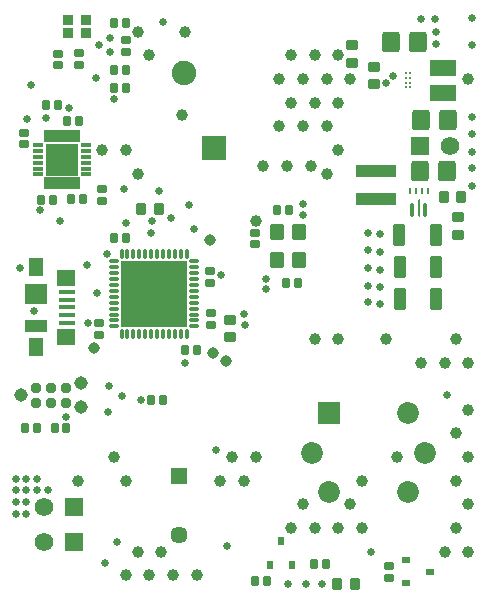
<source format=gts>
G04*
G04 #@! TF.GenerationSoftware,Altium Limited,Altium Designer,25.2.1 (25)*
G04*
G04 Layer_Color=8388736*
%FSLAX25Y25*%
%MOIN*%
G70*
G04*
G04 #@! TF.SameCoordinates,E3AB8C20-A1E6-43C1-8624-3ED8289FA371*
G04*
G04*
G04 #@! TF.FilePolarity,Negative*
G04*
G01*
G75*
G04:AMPARAMS|DCode=23|XSize=17.72mil|YSize=9.84mil|CornerRadius=1.97mil|HoleSize=0mil|Usage=FLASHONLY|Rotation=90.000|XOffset=0mil|YOffset=0mil|HoleType=Round|Shape=RoundedRectangle|*
%AMROUNDEDRECTD23*
21,1,0.01772,0.00591,0,0,90.0*
21,1,0.01378,0.00984,0,0,90.0*
1,1,0.00394,0.00295,0.00689*
1,1,0.00394,0.00295,-0.00689*
1,1,0.00394,-0.00295,-0.00689*
1,1,0.00394,-0.00295,0.00689*
%
%ADD23ROUNDEDRECTD23*%
%ADD27R,0.13386X0.03858*%
%ADD28R,0.08686X0.05334*%
%ADD29R,0.02362X0.03150*%
%ADD30R,0.03150X0.02362*%
%ADD33R,0.05118X0.06496*%
%ADD34R,0.07480X0.07087*%
%ADD35R,0.07480X0.03937*%
%ADD36R,0.06102X0.05610*%
%ADD37R,0.05433X0.01772*%
%ADD42O,0.03449X0.01284*%
%ADD43O,0.01284X0.03449*%
%ADD44R,0.22346X0.22346*%
G04:AMPARAMS|DCode=45|XSize=34.49mil|YSize=42.36mil|CornerRadius=5.43mil|HoleSize=0mil|Usage=FLASHONLY|Rotation=0.000|XOffset=0mil|YOffset=0mil|HoleType=Round|Shape=RoundedRectangle|*
%AMROUNDEDRECTD45*
21,1,0.03449,0.03150,0,0,0.0*
21,1,0.02362,0.04236,0,0,0.0*
1,1,0.01087,0.01181,-0.01575*
1,1,0.01087,-0.01181,-0.01575*
1,1,0.01087,-0.01181,0.01575*
1,1,0.01087,0.01181,0.01575*
%
%ADD45ROUNDEDRECTD45*%
G04:AMPARAMS|DCode=46|XSize=26.61mil|YSize=30.55mil|CornerRadius=4.45mil|HoleSize=0mil|Usage=FLASHONLY|Rotation=0.000|XOffset=0mil|YOffset=0mil|HoleType=Round|Shape=RoundedRectangle|*
%AMROUNDEDRECTD46*
21,1,0.02661,0.02165,0,0,0.0*
21,1,0.01772,0.03055,0,0,0.0*
1,1,0.00890,0.00886,-0.01083*
1,1,0.00890,-0.00886,-0.01083*
1,1,0.00890,-0.00886,0.01083*
1,1,0.00890,0.00886,0.01083*
%
%ADD46ROUNDEDRECTD46*%
G04:AMPARAMS|DCode=47|XSize=45.28mil|YSize=13.78mil|CornerRadius=2mil|HoleSize=0mil|Usage=FLASHONLY|Rotation=90.000|XOffset=0mil|YOffset=0mil|HoleType=Round|Shape=RoundedRectangle|*
%AMROUNDEDRECTD47*
21,1,0.04528,0.00978,0,0,90.0*
21,1,0.04128,0.01378,0,0,90.0*
1,1,0.00400,0.00489,0.02064*
1,1,0.00400,0.00489,-0.02064*
1,1,0.00400,-0.00489,-0.02064*
1,1,0.00400,-0.00489,0.02064*
%
%ADD47ROUNDEDRECTD47*%
G04:AMPARAMS|DCode=48|XSize=57.09mil|YSize=7.87mil|CornerRadius=1.97mil|HoleSize=0mil|Usage=FLASHONLY|Rotation=90.000|XOffset=0mil|YOffset=0mil|HoleType=Round|Shape=RoundedRectangle|*
%AMROUNDEDRECTD48*
21,1,0.05709,0.00394,0,0,90.0*
21,1,0.05315,0.00787,0,0,90.0*
1,1,0.00394,0.00197,0.02657*
1,1,0.00394,0.00197,-0.02657*
1,1,0.00394,-0.00197,-0.02657*
1,1,0.00394,-0.00197,0.02657*
%
%ADD48ROUNDEDRECTD48*%
G04:AMPARAMS|DCode=49|XSize=58.11mil|YSize=69.92mil|CornerRadius=8.39mil|HoleSize=0mil|Usage=FLASHONLY|Rotation=180.000|XOffset=0mil|YOffset=0mil|HoleType=Round|Shape=RoundedRectangle|*
%AMROUNDEDRECTD49*
21,1,0.05811,0.05315,0,0,180.0*
21,1,0.04134,0.06992,0,0,180.0*
1,1,0.01677,-0.02067,0.02657*
1,1,0.01677,0.02067,0.02657*
1,1,0.01677,0.02067,-0.02657*
1,1,0.01677,-0.02067,-0.02657*
%
%ADD49ROUNDEDRECTD49*%
G04:AMPARAMS|DCode=50|XSize=42.36mil|YSize=73.86mil|CornerRadius=6.42mil|HoleSize=0mil|Usage=FLASHONLY|Rotation=0.000|XOffset=0mil|YOffset=0mil|HoleType=Round|Shape=RoundedRectangle|*
%AMROUNDEDRECTD50*
21,1,0.04236,0.06102,0,0,0.0*
21,1,0.02953,0.07386,0,0,0.0*
1,1,0.01284,0.01476,-0.03051*
1,1,0.01284,-0.01476,-0.03051*
1,1,0.01284,-0.01476,0.03051*
1,1,0.01284,0.01476,0.03051*
%
%ADD50ROUNDEDRECTD50*%
G04:AMPARAMS|DCode=51|XSize=34.49mil|YSize=42.36mil|CornerRadius=5.43mil|HoleSize=0mil|Usage=FLASHONLY|Rotation=90.000|XOffset=0mil|YOffset=0mil|HoleType=Round|Shape=RoundedRectangle|*
%AMROUNDEDRECTD51*
21,1,0.03449,0.03150,0,0,90.0*
21,1,0.02362,0.04236,0,0,90.0*
1,1,0.01087,0.01575,0.01181*
1,1,0.01087,0.01575,-0.01181*
1,1,0.01087,-0.01575,-0.01181*
1,1,0.01087,-0.01575,0.01181*
%
%ADD51ROUNDEDRECTD51*%
%ADD52C,0.01299*%
%ADD53C,0.03697*%
G04:AMPARAMS|DCode=54|XSize=26.61mil|YSize=30.55mil|CornerRadius=4.45mil|HoleSize=0mil|Usage=FLASHONLY|Rotation=270.000|XOffset=0mil|YOffset=0mil|HoleType=Round|Shape=RoundedRectangle|*
%AMROUNDEDRECTD54*
21,1,0.02661,0.02165,0,0,270.0*
21,1,0.01772,0.03055,0,0,270.0*
1,1,0.00890,-0.01083,-0.00886*
1,1,0.00890,-0.01083,0.00886*
1,1,0.00890,0.01083,0.00886*
1,1,0.00890,0.01083,-0.00886*
%
%ADD54ROUNDEDRECTD54*%
G04:AMPARAMS|DCode=55|XSize=54.17mil|YSize=46.3mil|CornerRadius=3.66mil|HoleSize=0mil|Usage=FLASHONLY|Rotation=90.000|XOffset=0mil|YOffset=0mil|HoleType=Round|Shape=RoundedRectangle|*
%AMROUNDEDRECTD55*
21,1,0.05417,0.03898,0,0,90.0*
21,1,0.04685,0.04630,0,0,90.0*
1,1,0.00732,0.01949,0.02343*
1,1,0.00732,0.01949,-0.02343*
1,1,0.00732,-0.01949,-0.02343*
1,1,0.00732,-0.01949,0.02343*
%
%ADD55ROUNDEDRECTD55*%
%ADD56R,0.10929X0.10535*%
%ADD57R,0.03449X0.01677*%
%ADD58R,0.02178X0.04147*%
%ADD59R,0.03449X0.03449*%
%ADD60C,0.08173*%
%ADD61R,0.08173X0.08173*%
%ADD62C,0.06181*%
%ADD63R,0.06181X0.06181*%
%ADD64C,0.07284*%
%ADD65R,0.07284X0.07284*%
%ADD66C,0.00299*%
%ADD67C,0.05709*%
%ADD68R,0.05709X0.05709*%
%ADD69C,0.04500*%
%ADD70C,0.02268*%
%ADD71C,0.02661*%
%ADD72C,0.03842*%
%ADD73C,0.03950*%
D23*
X139961Y135925D02*
D03*
X137992D02*
D03*
X136024D02*
D03*
X134055D02*
D03*
D27*
X122807Y142484D02*
D03*
Y133153D02*
D03*
D28*
X145177Y176676D02*
D03*
Y168600D02*
D03*
D29*
X87303Y11280D02*
D03*
X94784D02*
D03*
X91043Y19232D02*
D03*
D30*
X140787Y8957D02*
D03*
X132835Y5217D02*
D03*
Y12697D02*
D03*
D33*
X9213Y110335D02*
D03*
Y83760D02*
D03*
D34*
Y101575D02*
D03*
D35*
Y90945D02*
D03*
D36*
X19350Y106841D02*
D03*
Y87254D02*
D03*
D37*
X19685Y102165D02*
D03*
Y99606D02*
D03*
Y97047D02*
D03*
Y94488D02*
D03*
Y91929D02*
D03*
D42*
X62087Y90709D02*
D03*
Y92677D02*
D03*
Y94646D02*
D03*
Y96614D02*
D03*
Y98583D02*
D03*
Y100551D02*
D03*
Y102520D02*
D03*
Y104488D02*
D03*
Y106457D02*
D03*
Y108425D02*
D03*
Y110394D02*
D03*
Y112362D02*
D03*
X35315D02*
D03*
Y110394D02*
D03*
Y108425D02*
D03*
Y106457D02*
D03*
Y104488D02*
D03*
Y102520D02*
D03*
Y100551D02*
D03*
Y98583D02*
D03*
Y96614D02*
D03*
Y94646D02*
D03*
Y92677D02*
D03*
Y90709D02*
D03*
D43*
X59527Y114921D02*
D03*
X57559D02*
D03*
X55590D02*
D03*
X53622D02*
D03*
X51653D02*
D03*
X49685D02*
D03*
X47717D02*
D03*
X45748D02*
D03*
X43780D02*
D03*
X41811D02*
D03*
X39843D02*
D03*
X37874D02*
D03*
Y88150D02*
D03*
X39843D02*
D03*
X41811D02*
D03*
X43780D02*
D03*
X45748D02*
D03*
X47717D02*
D03*
X49685D02*
D03*
X51653D02*
D03*
X53622D02*
D03*
X55590D02*
D03*
X57559D02*
D03*
X59527D02*
D03*
D44*
X48701Y101535D02*
D03*
D45*
X115551Y4724D02*
D03*
X109646D02*
D03*
X151181Y133957D02*
D03*
X145276D02*
D03*
X44394Y129905D02*
D03*
X50299D02*
D03*
D46*
X35433Y191929D02*
D03*
X39370D02*
D03*
X102165Y11417D02*
D03*
X106102D02*
D03*
X86319Y5709D02*
D03*
X82382D02*
D03*
X96642Y105248D02*
D03*
X92705D02*
D03*
X93543Y129650D02*
D03*
X89606D02*
D03*
X15551Y56693D02*
D03*
X19488D02*
D03*
X9630Y56760D02*
D03*
X5693D02*
D03*
X51772Y66142D02*
D03*
X47835D02*
D03*
X59055Y82677D02*
D03*
X62992D02*
D03*
X39370Y120079D02*
D03*
X35433D02*
D03*
X25000Y133071D02*
D03*
X21063D02*
D03*
X10925Y132874D02*
D03*
X14862D02*
D03*
X19685Y159252D02*
D03*
X23622D02*
D03*
X12795Y164370D02*
D03*
X16732D02*
D03*
X39370Y170276D02*
D03*
X35433D02*
D03*
X35433Y176181D02*
D03*
X39370D02*
D03*
D47*
X134843Y129626D02*
D03*
X139173D02*
D03*
D48*
X137008Y130217D02*
D03*
D49*
X137429Y142480D02*
D03*
X146429D02*
D03*
X136784Y185630D02*
D03*
X127784D02*
D03*
X146528Y159646D02*
D03*
X137528D02*
D03*
D50*
X130512Y121240D02*
D03*
X142717D02*
D03*
X130575Y110508D02*
D03*
X142780D02*
D03*
X130575Y99779D02*
D03*
X142780D02*
D03*
D51*
X150165Y121173D02*
D03*
Y127079D02*
D03*
X114764Y184350D02*
D03*
Y178445D02*
D03*
X122047Y171358D02*
D03*
Y177264D02*
D03*
X74016Y87008D02*
D03*
Y92913D02*
D03*
D52*
X134177Y170319D02*
D03*
Y171894D02*
D03*
Y173468D02*
D03*
Y175043D02*
D03*
X132602Y170319D02*
D03*
Y171894D02*
D03*
Y173468D02*
D03*
Y175043D02*
D03*
D53*
X9437Y65173D02*
D03*
X14437D02*
D03*
X19437D02*
D03*
X9437Y70173D02*
D03*
X14437D02*
D03*
X19437D02*
D03*
D54*
X127165Y6890D02*
D03*
Y10827D02*
D03*
X82209Y121968D02*
D03*
Y118032D02*
D03*
X67716Y95079D02*
D03*
Y91142D02*
D03*
X67205Y105185D02*
D03*
Y109122D02*
D03*
X30213Y91677D02*
D03*
Y87740D02*
D03*
X31496Y132579D02*
D03*
Y136516D02*
D03*
X5472Y151319D02*
D03*
Y155256D02*
D03*
X39370Y186024D02*
D03*
Y182087D02*
D03*
X23622Y177756D02*
D03*
Y181693D02*
D03*
X16831Y177657D02*
D03*
Y181595D02*
D03*
D55*
X97142Y122028D02*
D03*
X89661D02*
D03*
X97142Y112972D02*
D03*
X89661D02*
D03*
D56*
X18012Y146260D02*
D03*
D57*
X10138Y151181D02*
D03*
Y149213D02*
D03*
Y147244D02*
D03*
Y145276D02*
D03*
Y143307D02*
D03*
Y141339D02*
D03*
X25886Y151181D02*
D03*
Y149213D02*
D03*
Y147244D02*
D03*
Y145276D02*
D03*
Y143307D02*
D03*
Y141339D02*
D03*
D58*
X13091Y138484D02*
D03*
X15059D02*
D03*
X17028D02*
D03*
X18996D02*
D03*
X20965D02*
D03*
X22933D02*
D03*
X13091Y154035D02*
D03*
X15059D02*
D03*
X17028D02*
D03*
X18996D02*
D03*
X20965D02*
D03*
X22933D02*
D03*
D59*
X19990Y188602D02*
D03*
X25896D02*
D03*
X19980Y192913D02*
D03*
X25886D02*
D03*
D60*
X58740Y175039D02*
D03*
D61*
X68740Y150039D02*
D03*
D62*
X11937Y30512D02*
D03*
X11929Y18898D02*
D03*
X147500Y150984D02*
D03*
D63*
X21937Y30512D02*
D03*
X21929Y18898D02*
D03*
X137500Y150984D02*
D03*
D64*
X101488Y48610D02*
D03*
X138890D02*
D03*
X133413Y61835D02*
D03*
X106965Y35386D02*
D03*
X133413D02*
D03*
D65*
X106965Y61835D02*
D03*
D66*
X86614Y188976D02*
D03*
X19685Y7874D02*
D03*
X149606Y188976D02*
D03*
Y7874D02*
D03*
X7874D02*
D03*
Y188976D02*
D03*
D67*
X56929Y21102D02*
D03*
D68*
Y40787D02*
D03*
D69*
X4437Y67673D02*
D03*
X24437Y71673D02*
D03*
Y63673D02*
D03*
D70*
X57362Y92874D02*
D03*
X53031D02*
D03*
X48701D02*
D03*
X44370D02*
D03*
X40039D02*
D03*
X57362Y97205D02*
D03*
X53031D02*
D03*
X48701D02*
D03*
X44370D02*
D03*
X40039D02*
D03*
X57362Y101535D02*
D03*
X53031D02*
D03*
X48701D02*
D03*
X44370D02*
D03*
X40039D02*
D03*
X57362Y105866D02*
D03*
X53031D02*
D03*
X48701D02*
D03*
X44370D02*
D03*
X40039D02*
D03*
X57362Y110197D02*
D03*
X53031D02*
D03*
X48701D02*
D03*
X44370D02*
D03*
X40039D02*
D03*
X20177Y144095D02*
D03*
X15846D02*
D03*
Y148425D02*
D03*
X20177D02*
D03*
D71*
X32909Y114732D02*
D03*
X54252Y126937D02*
D03*
X47980Y125933D02*
D03*
X47709Y121724D02*
D03*
X126181Y171850D02*
D03*
X128445Y174016D02*
D03*
X13189Y36220D02*
D03*
X9547Y39961D02*
D03*
Y36122D02*
D03*
X6102Y28150D02*
D03*
Y32087D02*
D03*
Y36024D02*
D03*
Y39961D02*
D03*
X2559Y28150D02*
D03*
Y32087D02*
D03*
Y36024D02*
D03*
Y39961D02*
D03*
X120118Y98740D02*
D03*
Y104252D02*
D03*
Y116063D02*
D03*
Y121968D02*
D03*
Y110158D02*
D03*
X123937Y98189D02*
D03*
Y103701D02*
D03*
Y115512D02*
D03*
Y121417D02*
D03*
Y109606D02*
D03*
X154724Y148819D02*
D03*
Y160630D02*
D03*
Y154724D02*
D03*
Y143386D02*
D03*
Y137402D02*
D03*
X154567Y193465D02*
D03*
X154646Y184646D02*
D03*
X142756Y184882D02*
D03*
X142441Y193228D02*
D03*
X137638Y193307D02*
D03*
X142598Y188976D02*
D03*
X8769Y95956D02*
D03*
X69291Y49606D02*
D03*
X26772Y91732D02*
D03*
X50299Y135831D02*
D03*
X10827Y129528D02*
D03*
X6299Y159843D02*
D03*
X104528Y4921D02*
D03*
X99213D02*
D03*
X93504D02*
D03*
X78937Y91142D02*
D03*
X59055Y78543D02*
D03*
X44193Y66142D02*
D03*
X20472Y163583D02*
D03*
X30512Y184449D02*
D03*
X34055Y182087D02*
D03*
X33858Y186909D02*
D03*
X12795Y160236D02*
D03*
X39370Y125000D02*
D03*
X78839Y94882D02*
D03*
X70866Y107677D02*
D03*
X19488Y60630D02*
D03*
X98327Y127953D02*
D03*
Y131496D02*
D03*
X85984Y103150D02*
D03*
Y106457D02*
D03*
X35433Y166634D02*
D03*
X36220Y18898D02*
D03*
X32480Y11811D02*
D03*
X29528Y101969D02*
D03*
X146221Y67795D02*
D03*
X26378Y111024D02*
D03*
X37992Y67520D02*
D03*
X33661Y70965D02*
D03*
X33372Y62100D02*
D03*
X60236Y131102D02*
D03*
X38681Y136319D02*
D03*
X120866Y15354D02*
D03*
X4134Y110236D02*
D03*
X73032Y17520D02*
D03*
X51673Y192028D02*
D03*
X7677Y171260D02*
D03*
X29232Y173327D02*
D03*
X62008Y123228D02*
D03*
X17224Y125984D02*
D03*
D72*
X68307Y81693D02*
D03*
X72638Y79134D02*
D03*
X28543Y83465D02*
D03*
X67323Y119587D02*
D03*
D73*
X78634Y39264D02*
D03*
X82571Y47138D02*
D03*
X23516Y39264D02*
D03*
X70760D02*
D03*
X39264D02*
D03*
X58161Y161016D02*
D03*
X85130Y143988D02*
D03*
X93004D02*
D03*
X100878D02*
D03*
X153437Y173122D02*
D03*
X149500Y86508D02*
D03*
X153437Y78634D02*
D03*
Y62886D02*
D03*
X149500Y55012D02*
D03*
X153437Y47138D02*
D03*
X149500Y39264D02*
D03*
X153437Y31390D02*
D03*
X149500Y23516D02*
D03*
X153437Y15642D02*
D03*
X145563Y78634D02*
D03*
Y15642D02*
D03*
X137689Y78634D02*
D03*
X125878Y86508D02*
D03*
X129815Y47138D02*
D03*
X118004Y39264D02*
D03*
Y23516D02*
D03*
X110130Y180996D02*
D03*
X114067Y173122D02*
D03*
X110130Y165248D02*
D03*
Y149500D02*
D03*
Y86508D02*
D03*
X114067Y31390D02*
D03*
X110130Y23516D02*
D03*
X102256Y180996D02*
D03*
X106193Y173122D02*
D03*
X102256Y165248D02*
D03*
X106193Y157374D02*
D03*
Y141626D02*
D03*
X102256Y86508D02*
D03*
Y23516D02*
D03*
X94382Y180996D02*
D03*
X98319Y173122D02*
D03*
X94382Y165248D02*
D03*
X98319Y157374D02*
D03*
Y31390D02*
D03*
X94382Y23516D02*
D03*
X90445Y173122D02*
D03*
Y157374D02*
D03*
X82571Y125878D02*
D03*
X74697Y47138D02*
D03*
X62886Y7768D02*
D03*
X58949Y188870D02*
D03*
X55012Y7768D02*
D03*
X47138Y180996D02*
D03*
X51075Y15642D02*
D03*
X47138Y7768D02*
D03*
X43201Y188870D02*
D03*
X39264Y149500D02*
D03*
X43201Y141626D02*
D03*
Y15642D02*
D03*
X39264Y7768D02*
D03*
X31390Y149500D02*
D03*
X35327Y47138D02*
D03*
M02*

</source>
